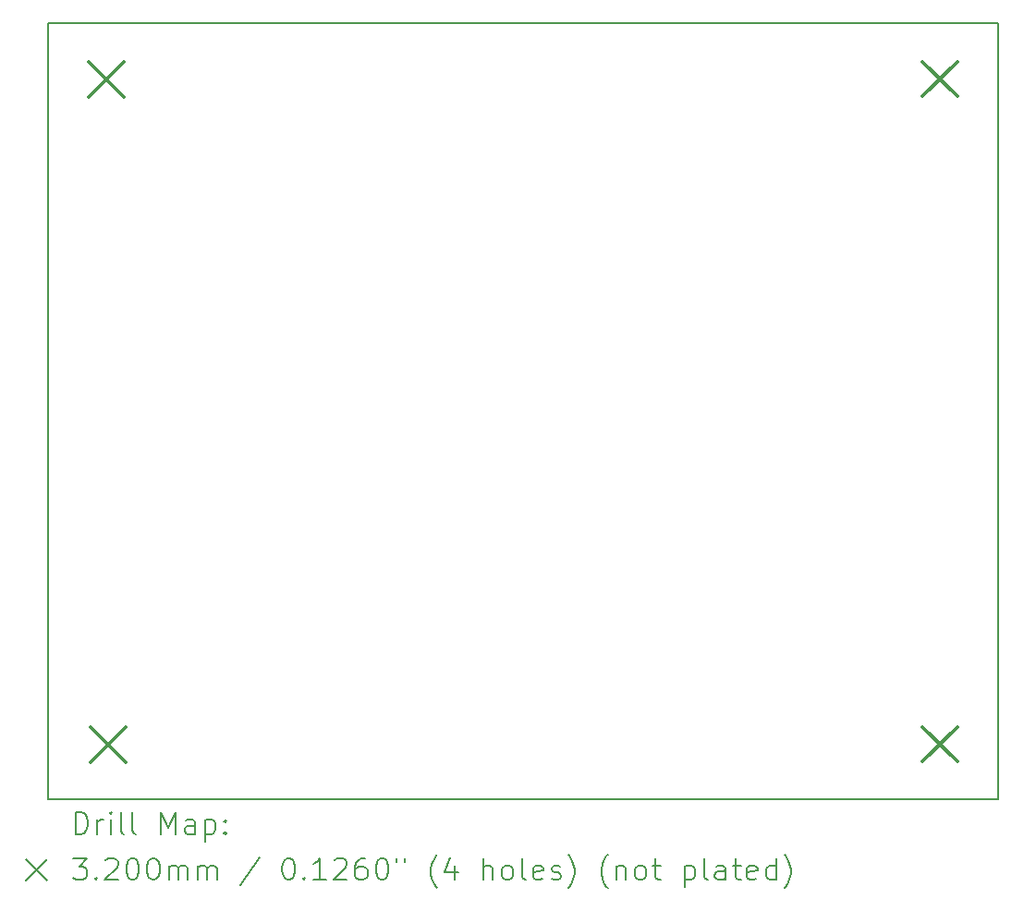
<source format=gbr>
%FSLAX45Y45*%
G04 Gerber Fmt 4.5, Leading zero omitted, Abs format (unit mm)*
G04 Created by KiCad (PCBNEW (6.0.5-0)) date 2022-09-06 15:59:47*
%MOMM*%
%LPD*%
G01*
G04 APERTURE LIST*
%TA.AperFunction,Profile*%
%ADD10C,0.200000*%
%TD*%
%ADD11C,0.200000*%
%ADD12C,0.320000*%
G04 APERTURE END LIST*
D10*
X5800000Y-4566920D02*
X14503400Y-4566920D01*
X14503400Y-4566920D02*
X14503400Y-11678920D01*
X14503400Y-11678920D02*
X5800000Y-11678920D01*
X5800000Y-11678920D02*
X5800000Y-4566920D01*
D11*
D12*
X6169680Y-4922540D02*
X6489680Y-5242540D01*
X6489680Y-4922540D02*
X6169680Y-5242540D01*
X6190000Y-11018540D02*
X6510000Y-11338540D01*
X6510000Y-11018540D02*
X6190000Y-11338540D01*
X13810000Y-4920000D02*
X14130000Y-5240000D01*
X14130000Y-4920000D02*
X13810000Y-5240000D01*
X13810000Y-11016000D02*
X14130000Y-11336000D01*
X14130000Y-11016000D02*
X13810000Y-11336000D01*
D11*
X6047619Y-11999396D02*
X6047619Y-11799396D01*
X6095238Y-11799396D01*
X6123809Y-11808920D01*
X6142857Y-11827968D01*
X6152381Y-11847015D01*
X6161905Y-11885110D01*
X6161905Y-11913682D01*
X6152381Y-11951777D01*
X6142857Y-11970825D01*
X6123809Y-11989872D01*
X6095238Y-11999396D01*
X6047619Y-11999396D01*
X6247619Y-11999396D02*
X6247619Y-11866063D01*
X6247619Y-11904158D02*
X6257143Y-11885110D01*
X6266667Y-11875587D01*
X6285714Y-11866063D01*
X6304762Y-11866063D01*
X6371428Y-11999396D02*
X6371428Y-11866063D01*
X6371428Y-11799396D02*
X6361905Y-11808920D01*
X6371428Y-11818444D01*
X6380952Y-11808920D01*
X6371428Y-11799396D01*
X6371428Y-11818444D01*
X6495238Y-11999396D02*
X6476190Y-11989872D01*
X6466667Y-11970825D01*
X6466667Y-11799396D01*
X6600000Y-11999396D02*
X6580952Y-11989872D01*
X6571428Y-11970825D01*
X6571428Y-11799396D01*
X6828571Y-11999396D02*
X6828571Y-11799396D01*
X6895238Y-11942253D01*
X6961905Y-11799396D01*
X6961905Y-11999396D01*
X7142857Y-11999396D02*
X7142857Y-11894634D01*
X7133333Y-11875587D01*
X7114286Y-11866063D01*
X7076190Y-11866063D01*
X7057143Y-11875587D01*
X7142857Y-11989872D02*
X7123809Y-11999396D01*
X7076190Y-11999396D01*
X7057143Y-11989872D01*
X7047619Y-11970825D01*
X7047619Y-11951777D01*
X7057143Y-11932729D01*
X7076190Y-11923206D01*
X7123809Y-11923206D01*
X7142857Y-11913682D01*
X7238095Y-11866063D02*
X7238095Y-12066063D01*
X7238095Y-11875587D02*
X7257143Y-11866063D01*
X7295238Y-11866063D01*
X7314286Y-11875587D01*
X7323809Y-11885110D01*
X7333333Y-11904158D01*
X7333333Y-11961301D01*
X7323809Y-11980348D01*
X7314286Y-11989872D01*
X7295238Y-11999396D01*
X7257143Y-11999396D01*
X7238095Y-11989872D01*
X7419048Y-11980348D02*
X7428571Y-11989872D01*
X7419048Y-11999396D01*
X7409524Y-11989872D01*
X7419048Y-11980348D01*
X7419048Y-11999396D01*
X7419048Y-11875587D02*
X7428571Y-11885110D01*
X7419048Y-11894634D01*
X7409524Y-11885110D01*
X7419048Y-11875587D01*
X7419048Y-11894634D01*
X5590000Y-12228920D02*
X5790000Y-12428920D01*
X5790000Y-12228920D02*
X5590000Y-12428920D01*
X6028571Y-12219396D02*
X6152381Y-12219396D01*
X6085714Y-12295587D01*
X6114286Y-12295587D01*
X6133333Y-12305110D01*
X6142857Y-12314634D01*
X6152381Y-12333682D01*
X6152381Y-12381301D01*
X6142857Y-12400348D01*
X6133333Y-12409872D01*
X6114286Y-12419396D01*
X6057143Y-12419396D01*
X6038095Y-12409872D01*
X6028571Y-12400348D01*
X6238095Y-12400348D02*
X6247619Y-12409872D01*
X6238095Y-12419396D01*
X6228571Y-12409872D01*
X6238095Y-12400348D01*
X6238095Y-12419396D01*
X6323809Y-12238444D02*
X6333333Y-12228920D01*
X6352381Y-12219396D01*
X6400000Y-12219396D01*
X6419048Y-12228920D01*
X6428571Y-12238444D01*
X6438095Y-12257491D01*
X6438095Y-12276539D01*
X6428571Y-12305110D01*
X6314286Y-12419396D01*
X6438095Y-12419396D01*
X6561905Y-12219396D02*
X6580952Y-12219396D01*
X6600000Y-12228920D01*
X6609524Y-12238444D01*
X6619048Y-12257491D01*
X6628571Y-12295587D01*
X6628571Y-12343206D01*
X6619048Y-12381301D01*
X6609524Y-12400348D01*
X6600000Y-12409872D01*
X6580952Y-12419396D01*
X6561905Y-12419396D01*
X6542857Y-12409872D01*
X6533333Y-12400348D01*
X6523809Y-12381301D01*
X6514286Y-12343206D01*
X6514286Y-12295587D01*
X6523809Y-12257491D01*
X6533333Y-12238444D01*
X6542857Y-12228920D01*
X6561905Y-12219396D01*
X6752381Y-12219396D02*
X6771428Y-12219396D01*
X6790476Y-12228920D01*
X6800000Y-12238444D01*
X6809524Y-12257491D01*
X6819048Y-12295587D01*
X6819048Y-12343206D01*
X6809524Y-12381301D01*
X6800000Y-12400348D01*
X6790476Y-12409872D01*
X6771428Y-12419396D01*
X6752381Y-12419396D01*
X6733333Y-12409872D01*
X6723809Y-12400348D01*
X6714286Y-12381301D01*
X6704762Y-12343206D01*
X6704762Y-12295587D01*
X6714286Y-12257491D01*
X6723809Y-12238444D01*
X6733333Y-12228920D01*
X6752381Y-12219396D01*
X6904762Y-12419396D02*
X6904762Y-12286063D01*
X6904762Y-12305110D02*
X6914286Y-12295587D01*
X6933333Y-12286063D01*
X6961905Y-12286063D01*
X6980952Y-12295587D01*
X6990476Y-12314634D01*
X6990476Y-12419396D01*
X6990476Y-12314634D02*
X7000000Y-12295587D01*
X7019048Y-12286063D01*
X7047619Y-12286063D01*
X7066667Y-12295587D01*
X7076190Y-12314634D01*
X7076190Y-12419396D01*
X7171428Y-12419396D02*
X7171428Y-12286063D01*
X7171428Y-12305110D02*
X7180952Y-12295587D01*
X7200000Y-12286063D01*
X7228571Y-12286063D01*
X7247619Y-12295587D01*
X7257143Y-12314634D01*
X7257143Y-12419396D01*
X7257143Y-12314634D02*
X7266667Y-12295587D01*
X7285714Y-12286063D01*
X7314286Y-12286063D01*
X7333333Y-12295587D01*
X7342857Y-12314634D01*
X7342857Y-12419396D01*
X7733333Y-12209872D02*
X7561905Y-12467015D01*
X7990476Y-12219396D02*
X8009524Y-12219396D01*
X8028571Y-12228920D01*
X8038095Y-12238444D01*
X8047619Y-12257491D01*
X8057143Y-12295587D01*
X8057143Y-12343206D01*
X8047619Y-12381301D01*
X8038095Y-12400348D01*
X8028571Y-12409872D01*
X8009524Y-12419396D01*
X7990476Y-12419396D01*
X7971428Y-12409872D01*
X7961905Y-12400348D01*
X7952381Y-12381301D01*
X7942857Y-12343206D01*
X7942857Y-12295587D01*
X7952381Y-12257491D01*
X7961905Y-12238444D01*
X7971428Y-12228920D01*
X7990476Y-12219396D01*
X8142857Y-12400348D02*
X8152381Y-12409872D01*
X8142857Y-12419396D01*
X8133333Y-12409872D01*
X8142857Y-12400348D01*
X8142857Y-12419396D01*
X8342857Y-12419396D02*
X8228571Y-12419396D01*
X8285714Y-12419396D02*
X8285714Y-12219396D01*
X8266667Y-12247968D01*
X8247619Y-12267015D01*
X8228571Y-12276539D01*
X8419048Y-12238444D02*
X8428571Y-12228920D01*
X8447619Y-12219396D01*
X8495238Y-12219396D01*
X8514286Y-12228920D01*
X8523810Y-12238444D01*
X8533333Y-12257491D01*
X8533333Y-12276539D01*
X8523810Y-12305110D01*
X8409524Y-12419396D01*
X8533333Y-12419396D01*
X8704762Y-12219396D02*
X8666667Y-12219396D01*
X8647619Y-12228920D01*
X8638095Y-12238444D01*
X8619048Y-12267015D01*
X8609524Y-12305110D01*
X8609524Y-12381301D01*
X8619048Y-12400348D01*
X8628571Y-12409872D01*
X8647619Y-12419396D01*
X8685714Y-12419396D01*
X8704762Y-12409872D01*
X8714286Y-12400348D01*
X8723810Y-12381301D01*
X8723810Y-12333682D01*
X8714286Y-12314634D01*
X8704762Y-12305110D01*
X8685714Y-12295587D01*
X8647619Y-12295587D01*
X8628571Y-12305110D01*
X8619048Y-12314634D01*
X8609524Y-12333682D01*
X8847619Y-12219396D02*
X8866667Y-12219396D01*
X8885714Y-12228920D01*
X8895238Y-12238444D01*
X8904762Y-12257491D01*
X8914286Y-12295587D01*
X8914286Y-12343206D01*
X8904762Y-12381301D01*
X8895238Y-12400348D01*
X8885714Y-12409872D01*
X8866667Y-12419396D01*
X8847619Y-12419396D01*
X8828571Y-12409872D01*
X8819048Y-12400348D01*
X8809524Y-12381301D01*
X8800000Y-12343206D01*
X8800000Y-12295587D01*
X8809524Y-12257491D01*
X8819048Y-12238444D01*
X8828571Y-12228920D01*
X8847619Y-12219396D01*
X8990476Y-12219396D02*
X8990476Y-12257491D01*
X9066667Y-12219396D02*
X9066667Y-12257491D01*
X9361905Y-12495587D02*
X9352381Y-12486063D01*
X9333333Y-12457491D01*
X9323810Y-12438444D01*
X9314286Y-12409872D01*
X9304762Y-12362253D01*
X9304762Y-12324158D01*
X9314286Y-12276539D01*
X9323810Y-12247968D01*
X9333333Y-12228920D01*
X9352381Y-12200348D01*
X9361905Y-12190825D01*
X9523810Y-12286063D02*
X9523810Y-12419396D01*
X9476190Y-12209872D02*
X9428571Y-12352729D01*
X9552381Y-12352729D01*
X9780952Y-12419396D02*
X9780952Y-12219396D01*
X9866667Y-12419396D02*
X9866667Y-12314634D01*
X9857143Y-12295587D01*
X9838095Y-12286063D01*
X9809524Y-12286063D01*
X9790476Y-12295587D01*
X9780952Y-12305110D01*
X9990476Y-12419396D02*
X9971429Y-12409872D01*
X9961905Y-12400348D01*
X9952381Y-12381301D01*
X9952381Y-12324158D01*
X9961905Y-12305110D01*
X9971429Y-12295587D01*
X9990476Y-12286063D01*
X10019048Y-12286063D01*
X10038095Y-12295587D01*
X10047619Y-12305110D01*
X10057143Y-12324158D01*
X10057143Y-12381301D01*
X10047619Y-12400348D01*
X10038095Y-12409872D01*
X10019048Y-12419396D01*
X9990476Y-12419396D01*
X10171429Y-12419396D02*
X10152381Y-12409872D01*
X10142857Y-12390825D01*
X10142857Y-12219396D01*
X10323810Y-12409872D02*
X10304762Y-12419396D01*
X10266667Y-12419396D01*
X10247619Y-12409872D01*
X10238095Y-12390825D01*
X10238095Y-12314634D01*
X10247619Y-12295587D01*
X10266667Y-12286063D01*
X10304762Y-12286063D01*
X10323810Y-12295587D01*
X10333333Y-12314634D01*
X10333333Y-12333682D01*
X10238095Y-12352729D01*
X10409524Y-12409872D02*
X10428571Y-12419396D01*
X10466667Y-12419396D01*
X10485714Y-12409872D01*
X10495238Y-12390825D01*
X10495238Y-12381301D01*
X10485714Y-12362253D01*
X10466667Y-12352729D01*
X10438095Y-12352729D01*
X10419048Y-12343206D01*
X10409524Y-12324158D01*
X10409524Y-12314634D01*
X10419048Y-12295587D01*
X10438095Y-12286063D01*
X10466667Y-12286063D01*
X10485714Y-12295587D01*
X10561905Y-12495587D02*
X10571429Y-12486063D01*
X10590476Y-12457491D01*
X10600000Y-12438444D01*
X10609524Y-12409872D01*
X10619048Y-12362253D01*
X10619048Y-12324158D01*
X10609524Y-12276539D01*
X10600000Y-12247968D01*
X10590476Y-12228920D01*
X10571429Y-12200348D01*
X10561905Y-12190825D01*
X10923810Y-12495587D02*
X10914286Y-12486063D01*
X10895238Y-12457491D01*
X10885714Y-12438444D01*
X10876190Y-12409872D01*
X10866667Y-12362253D01*
X10866667Y-12324158D01*
X10876190Y-12276539D01*
X10885714Y-12247968D01*
X10895238Y-12228920D01*
X10914286Y-12200348D01*
X10923810Y-12190825D01*
X11000000Y-12286063D02*
X11000000Y-12419396D01*
X11000000Y-12305110D02*
X11009524Y-12295587D01*
X11028571Y-12286063D01*
X11057143Y-12286063D01*
X11076190Y-12295587D01*
X11085714Y-12314634D01*
X11085714Y-12419396D01*
X11209524Y-12419396D02*
X11190476Y-12409872D01*
X11180952Y-12400348D01*
X11171429Y-12381301D01*
X11171429Y-12324158D01*
X11180952Y-12305110D01*
X11190476Y-12295587D01*
X11209524Y-12286063D01*
X11238095Y-12286063D01*
X11257143Y-12295587D01*
X11266667Y-12305110D01*
X11276190Y-12324158D01*
X11276190Y-12381301D01*
X11266667Y-12400348D01*
X11257143Y-12409872D01*
X11238095Y-12419396D01*
X11209524Y-12419396D01*
X11333333Y-12286063D02*
X11409524Y-12286063D01*
X11361905Y-12219396D02*
X11361905Y-12390825D01*
X11371428Y-12409872D01*
X11390476Y-12419396D01*
X11409524Y-12419396D01*
X11628571Y-12286063D02*
X11628571Y-12486063D01*
X11628571Y-12295587D02*
X11647619Y-12286063D01*
X11685714Y-12286063D01*
X11704762Y-12295587D01*
X11714286Y-12305110D01*
X11723809Y-12324158D01*
X11723809Y-12381301D01*
X11714286Y-12400348D01*
X11704762Y-12409872D01*
X11685714Y-12419396D01*
X11647619Y-12419396D01*
X11628571Y-12409872D01*
X11838095Y-12419396D02*
X11819048Y-12409872D01*
X11809524Y-12390825D01*
X11809524Y-12219396D01*
X12000000Y-12419396D02*
X12000000Y-12314634D01*
X11990476Y-12295587D01*
X11971428Y-12286063D01*
X11933333Y-12286063D01*
X11914286Y-12295587D01*
X12000000Y-12409872D02*
X11980952Y-12419396D01*
X11933333Y-12419396D01*
X11914286Y-12409872D01*
X11904762Y-12390825D01*
X11904762Y-12371777D01*
X11914286Y-12352729D01*
X11933333Y-12343206D01*
X11980952Y-12343206D01*
X12000000Y-12333682D01*
X12066667Y-12286063D02*
X12142857Y-12286063D01*
X12095238Y-12219396D02*
X12095238Y-12390825D01*
X12104762Y-12409872D01*
X12123809Y-12419396D01*
X12142857Y-12419396D01*
X12285714Y-12409872D02*
X12266667Y-12419396D01*
X12228571Y-12419396D01*
X12209524Y-12409872D01*
X12200000Y-12390825D01*
X12200000Y-12314634D01*
X12209524Y-12295587D01*
X12228571Y-12286063D01*
X12266667Y-12286063D01*
X12285714Y-12295587D01*
X12295238Y-12314634D01*
X12295238Y-12333682D01*
X12200000Y-12352729D01*
X12466667Y-12419396D02*
X12466667Y-12219396D01*
X12466667Y-12409872D02*
X12447619Y-12419396D01*
X12409524Y-12419396D01*
X12390476Y-12409872D01*
X12380952Y-12400348D01*
X12371428Y-12381301D01*
X12371428Y-12324158D01*
X12380952Y-12305110D01*
X12390476Y-12295587D01*
X12409524Y-12286063D01*
X12447619Y-12286063D01*
X12466667Y-12295587D01*
X12542857Y-12495587D02*
X12552381Y-12486063D01*
X12571428Y-12457491D01*
X12580952Y-12438444D01*
X12590476Y-12409872D01*
X12600000Y-12362253D01*
X12600000Y-12324158D01*
X12590476Y-12276539D01*
X12580952Y-12247968D01*
X12571428Y-12228920D01*
X12552381Y-12200348D01*
X12542857Y-12190825D01*
M02*

</source>
